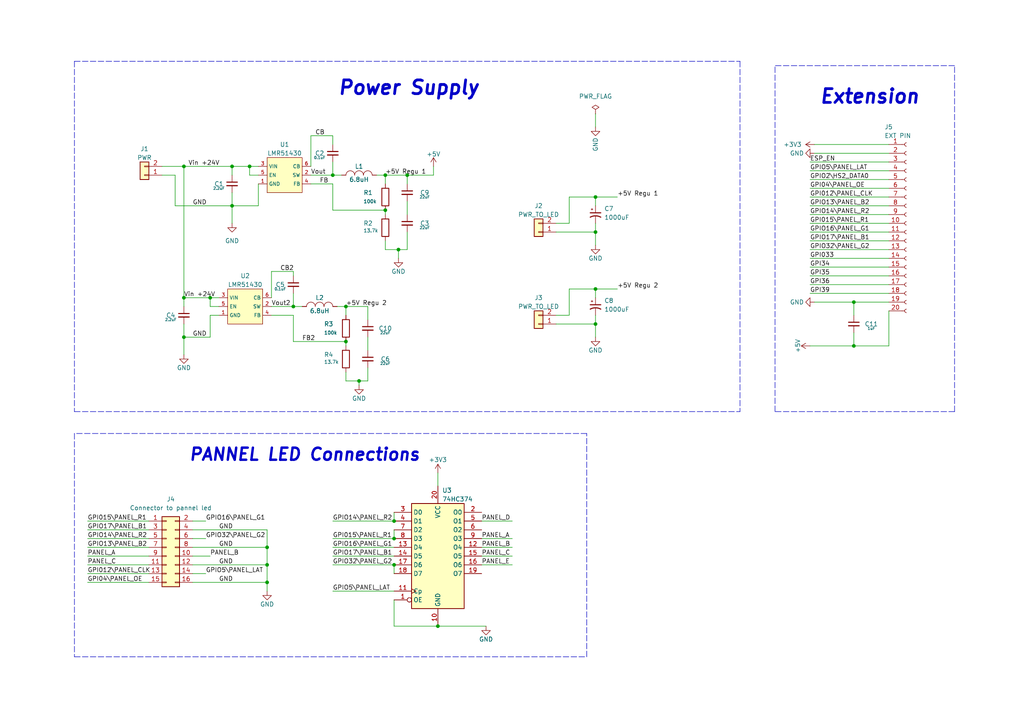
<source format=kicad_sch>
(kicad_sch (version 20211123) (generator eeschema)
  (paper "A4")
  (lib_symbols
    (symbol "74xx:74HC374"
      (property "Reference" "U" (at -7.62 16.51 0))
      (property "Value" "74HC374" (at -7.62 -16.51 0))
      (symbol "74HC374_1_0"
        (pin input inverted (at -12.7 -12.7 0) (length 5.08) (name "OE") (number "1"))
        (pin power_in line (at 0 -20.32 90) (length 5.08) (name "GND") (number "10"))
        (pin input clock (at -12.7 -10.16 0) (length 5.08) (name "Cp") (number "11"))
        (pin tri_state line (at 12.7 2.54 180) (length 5.08) (name "O4") (number "12"))
        (pin input line (at -12.7 2.54 0) (length 5.08) (name "D4") (number "13"))
        (pin input line (at -12.7 0 0) (length 5.08) (name "D5") (number "14"))
        (pin tri_state line (at 12.7 0 180) (length 5.08) (name "O5") (number "15"))
        (pin tri_state line (at 12.7 -2.54 180) (length 5.08) (name "O6") (number "16"))
        (pin input line (at -12.7 -2.54 0) (length 5.08) (name "D6") (number "17"))
        (pin input line (at -12.7 -5.08 0) (length 5.08) (name "D7") (number "18"))
        (pin tri_state line (at 12.7 -5.08 180) (length 5.08) (name "O7") (number "19"))
        (pin tri_state line (at 12.7 12.7 180) (length 5.08) (name "O0") (number "2"))
        (pin power_in line (at 0 20.32 270) (length 5.08) (name "VCC") (number "20"))
        (pin input line (at -12.7 12.7 0) (length 5.08) (name "D0") (number "3"))
        (pin input line (at -12.7 10.16 0) (length 5.08) (name "D1") (number "4"))
        (pin tri_state line (at 12.7 10.16 180) (length 5.08) (name "O1") (number "5"))
        (pin tri_state line (at 12.7 7.62 180) (length 5.08) (name "O2") (number "6"))
        (pin input line (at -12.7 7.62 0) (length 5.08) (name "D2") (number "7"))
        (pin input line (at -12.7 5.08 0) (length 5.08) (name "D3") (number "8"))
        (pin tri_state line (at 12.7 5.08 180) (length 5.08) (name "O3") (number "9"))
      )
      (symbol "74HC374_1_1"
        (rectangle (start -7.62 15.24) (end 7.62 -15.24) (stroke (width 0.254)) (fill (type background)))
      )
    )
    (symbol "Connector:Conn_01x20_Female" (pin_names (offset 1.016) hide)
      (property "Reference" "J" (at 0 25.4 0))
      (property "Value" "Conn_01x20_Female" (at 0 -27.94 0))
      (symbol "Conn_01x20_Female_1_1"
        (arc (start 0 -24.892) (mid -0.508 -25.4) (end 0 -25.908) (stroke (width 0.1524)))
        (arc (start 0 -22.352) (mid -0.508 -22.86) (end 0 -23.368) (stroke (width 0.1524)))
        (arc (start 0 -19.812) (mid -0.508 -20.32) (end 0 -20.828) (stroke (width 0.1524)))
        (arc (start 0 -17.272) (mid -0.508 -17.78) (end 0 -18.288) (stroke (width 0.1524)))
        (arc (start 0 -14.732) (mid -0.508 -15.24) (end 0 -15.748) (stroke (width 0.1524)))
        (arc (start 0 -12.192) (mid -0.508 -12.7) (end 0 -13.208) (stroke (width 0.1524)))
        (arc (start 0 -9.652) (mid -0.508 -10.16) (end 0 -10.668) (stroke (width 0.1524)))
        (arc (start 0 -7.112) (mid -0.508 -7.62) (end 0 -8.128) (stroke (width 0.1524)))
        (arc (start 0 -4.572) (mid -0.508 -5.08) (end 0 -5.588) (stroke (width 0.1524)))
        (arc (start 0 -2.032) (mid -0.508 -2.54) (end 0 -3.048) (stroke (width 0.1524)))
        (polyline (pts (xy -1.27 -25.4) (xy -0.508 -25.4)) (stroke (width 0.1524)))
        (polyline (pts (xy -1.27 -22.86) (xy -0.508 -22.86)) (stroke (width 0.1524)))
        (polyline (pts (xy -1.27 -20.32) (xy -0.508 -20.32)) (stroke (width 0.1524)))
        (polyline (pts (xy -1.27 -17.78) (xy -0.508 -17.78)) (stroke (width 0.1524)))
        (polyline (pts (xy -1.27 -15.24) (xy -0.508 -15.24)) (stroke (width 0.1524)))
        (polyline (pts (xy -1.27 -12.7) (xy -0.508 -12.7)) (stroke (width 0.1524)))
        (polyline (pts (xy -1.27 -10.16) (xy -0.508 -10.16)) (stroke (width 0.1524)))
        (polyline (pts (xy -1.27 -7.62) (xy -0.508 -7.62)) (stroke (width 0.1524)))
        (polyline (pts (xy -1.27 -5.08) (xy -0.508 -5.08)) (stroke (width 0.1524)))
        (polyline (pts (xy -1.27 -2.54) (xy -0.508 -2.54)) (stroke (width 0.1524)))
        (polyline (pts (xy -1.27 0) (xy -0.508 0)) (stroke (width 0.1524)))
        (polyline (pts (xy -1.27 2.54) (xy -0.508 2.54)) (stroke (width 0.1524)))
        (polyline (pts (xy -1.27 5.08) (xy -0.508 5.08)) (stroke (width 0.1524)))
        (polyline (pts (xy -1.27 7.62) (xy -0.508 7.62)) (stroke (width 0.1524)))
        (polyline (pts (xy -1.27 10.16) (xy -0.508 10.16)) (stroke (width 0.1524)))
        (polyline (pts (xy -1.27 12.7) (xy -0.508 12.7)) (stroke (width 0.1524)))
        (polyline (pts (xy -1.27 15.24) (xy -0.508 15.24)) (stroke (width 0.1524)))
        (polyline (pts (xy -1.27 17.78) (xy -0.508 17.78)) (stroke (width 0.1524)))
        (polyline (pts (xy -1.27 20.32) (xy -0.508 20.32)) (stroke (width 0.1524)))
        (polyline (pts (xy -1.27 22.86) (xy -0.508 22.86)) (stroke (width 0.1524)))
        (arc (start 0 0.508) (mid -0.508 0) (end 0 -0.508) (stroke (width 0.1524)))
        (arc (start 0 3.048) (mid -0.508 2.54) (end 0 2.032) (stroke (width 0.1524)))
        (arc (start 0 5.588) (mid -0.508 5.08) (end 0 4.572) (stroke (width 0.1524)))
        (arc (start 0 8.128) (mid -0.508 7.62) (end 0 7.112) (stroke (width 0.1524)))
        (arc (start 0 10.668) (mid -0.508 10.16) (end 0 9.652) (stroke (width 0.1524)))
        (arc (start 0 13.208) (mid -0.508 12.7) (end 0 12.192) (stroke (width 0.1524)))
        (arc (start 0 15.748) (mid -0.508 15.24) (end 0 14.732) (stroke (width 0.1524)))
        (arc (start 0 18.288) (mid -0.508 17.78) (end 0 17.272) (stroke (width 0.1524)))
        (arc (start 0 20.828) (mid -0.508 20.32) (end 0 19.812) (stroke (width 0.1524)))
        (arc (start 0 23.368) (mid -0.508 22.86) (end 0 22.352) (stroke (width 0.1524)))
        (pin passive line (at -5.08 22.86 0) (length 3.81) (name "Pin_1") (number "1"))
        (pin passive line (at -5.08 0 0) (length 3.81) (name "Pin_10") (number "10"))
        (pin passive line (at -5.08 -2.54 0) (length 3.81) (name "Pin_11") (number "11"))
        (pin passive line (at -5.08 -5.08 0) (length 3.81) (name "Pin_12") (number "12"))
        (pin passive line (at -5.08 -7.62 0) (length 3.81) (name "Pin_13") (number "13"))
        (pin passive line (at -5.08 -10.16 0) (length 3.81) (name "Pin_14") (number "14"))
        (pin passive line (at -5.08 -12.7 0) (length 3.81) (name "Pin_15") (number "15"))
        (pin passive line (at -5.08 -15.24 0) (length 3.81) (name "Pin_16") (number "16"))
        (pin passive line (at -5.08 -17.78 0) (length 3.81) (name "Pin_17") (number "17"))
        (pin passive line (at -5.08 -20.32 0) (length 3.81) (name "Pin_18") (number "18"))
        (pin passive line (at -5.08 -22.86 0) (length 3.81) (name "Pin_19") (number "19"))
        (pin passive line (at -5.08 20.32 0) (length 3.81) (name "Pin_2") (number "2"))
        (pin passive line (at -5.08 -25.4 0) (length 3.81) (name "Pin_20") (number "20"))
        (pin passive line (at -5.08 17.78 0) (length 3.81) (name "Pin_3") (number "3"))
        (pin passive line (at -5.08 15.24 0) (length 3.81) (name "Pin_4") (number "4"))
        (pin passive line (at -5.08 12.7 0) (length 3.81) (name "Pin_5") (number "5"))
        (pin passive line (at -5.08 10.16 0) (length 3.81) (name "Pin_6") (number "6"))
        (pin passive line (at -5.08 7.62 0) (length 3.81) (name "Pin_7") (number "7"))
        (pin passive line (at -5.08 5.08 0) (length 3.81) (name "Pin_8") (number "8"))
        (pin passive line (at -5.08 2.54 0) (length 3.81) (name "Pin_9") (number "9"))
      )
    )
    (symbol "Connector:DIN41612_02x08_AB_EvenPins" (pin_names (offset 1.016) hide)
      (property "Reference" "J2" (at 1.27 13.97 0))
      (property "Value" "Connector to pannel led" (at 1.27 11.43 0))
      (symbol "DIN41612_02x08_AB_EvenPins_1_1"
        (rectangle (start -1.27 -10.033) (end 0 -10.287) (stroke (width 0.1524)))
        (rectangle (start -1.27 -7.493) (end 0 -7.747) (stroke (width 0.1524)))
        (rectangle (start -1.27 -4.953) (end 0 -5.207) (stroke (width 0.1524)))
        (rectangle (start -1.27 -2.413) (end 0 -2.667) (stroke (width 0.1524)))
        (rectangle (start -1.27 0.127) (end 0 -0.127) (stroke (width 0.1524)))
        (rectangle (start -1.27 2.667) (end 0 2.413) (stroke (width 0.1524)))
        (rectangle (start -1.27 5.207) (end 0 4.953) (stroke (width 0.1524)))
        (rectangle (start -1.27 7.747) (end 0 7.493) (stroke (width 0.1524)))
        (rectangle (start -1.27 8.89) (end 3.81 -11.43) (stroke (width 0.254)) (fill (type background)))
        (rectangle (start 3.81 -10.033) (end 2.54 -10.287) (stroke (width 0.1524)))
        (rectangle (start 3.81 -7.493) (end 2.54 -7.747) (stroke (width 0.1524)))
        (rectangle (start 3.81 -4.953) (end 2.54 -5.207) (stroke (width 0.1524)))
        (rectangle (start 3.81 -2.413) (end 2.54 -2.667) (stroke (width 0.1524)))
        (rectangle (start 3.81 0.127) (end 2.54 -0.127) (stroke (width 0.1524)))
        (rectangle (start 3.81 2.667) (end 2.54 2.413) (stroke (width 0.1524)))
        (rectangle (start 3.81 5.207) (end 2.54 4.953) (stroke (width 0.1524)))
        (rectangle (start 3.81 7.747) (end 2.54 7.493) (stroke (width 0.1524)))
        (pin passive line (at -5.08 7.62 0) (length 3.81) (name "") (number "1"))
        (pin passive line (at 7.62 -2.54 180) (length 3.81) (name "") (number "10"))
        (pin passive line (at -5.08 -5.08 0) (length 3.81) (name "") (number "11"))
        (pin passive line (at 7.62 -5.08 180) (length 3.81) (name "") (number "12"))
        (pin passive line (at -5.08 -7.62 0) (length 3.81) (name "") (number "13"))
        (pin passive line (at 7.62 -7.62 180) (length 3.81) (name "") (number "14"))
        (pin passive line (at -5.08 -10.16 0) (length 3.81) (name "") (number "15"))
        (pin passive line (at 7.62 -10.16 180) (length 3.81) (name "") (number "16"))
        (pin passive line (at 7.62 7.62 180) (length 3.81) (name "") (number "2"))
        (pin passive line (at -5.08 5.08 0) (length 3.81) (name "") (number "3"))
        (pin passive line (at 7.62 5.08 180) (length 3.81) (name "") (number "4"))
        (pin passive line (at -5.08 2.54 0) (length 3.81) (name "") (number "5"))
        (pin passive line (at 7.62 2.54 180) (length 3.81) (name "") (number "6"))
        (pin passive line (at -5.08 0 0) (length 3.81) (name "") (number "7"))
        (pin passive line (at 7.62 0 180) (length 3.81) (name "") (number "8"))
        (pin passive line (at -5.08 -2.54 0) (length 3.81) (name "") (number "9"))
      )
    )
    (symbol "Connector_Generic:Conn_01x02" (pin_names (offset 1.016) hide)
      (property "Reference" "J" (at 0 2.54 0))
      (property "Value" "Conn_01x02" (at 0 -5.08 0))
      (symbol "Conn_01x02_1_1"
        (rectangle (start -1.27 -2.413) (end 0 -2.667) (stroke (width 0.1524)))
        (rectangle (start -1.27 0.127) (end 0 -0.127) (stroke (width 0.1524)))
        (rectangle (start -1.27 1.27) (end 1.27 -3.81) (stroke (width 0.254)) (fill (type background)))
        (pin passive line (at -5.08 0 0) (length 3.81) (name "Pin_1") (number "1"))
        (pin passive line (at -5.08 -2.54 0) (length 3.81) (name "Pin_2") (number "2"))
      )
    )
    (symbol "Device:C_Polarized_Small_US" (pin_numbers hide) (pin_names (offset 0.254) hide)
      (property "Reference" "C" (at 0.254 1.778 0))
      (property "Value" "C_Polarized_Small_US" (at 0.254 -2.032 0))
      (symbol "C_Polarized_Small_US_0_1"
        (polyline (pts (xy -1.524 0.508) (xy 1.524 0.508)) (stroke (width 0.3048)))
        (polyline (pts (xy -1.27 1.524) (xy -0.762 1.524)))
        (polyline (pts (xy -1.016 1.27) (xy -1.016 1.778)))
        (arc (start 1.524 -0.762) (mid 0 -0.3734) (end -1.524 -0.762) (stroke (width 0.3048)))
      )
      (symbol "C_Polarized_Small_US_1_1"
        (pin passive line (at 0 2.54 270) (length 2.032) (name "~") (number "1"))
        (pin passive line (at 0 -2.54 90) (length 2.032) (name "~") (number "2"))
      )
    )
    (symbol "ESP32-EVB_Rev_H:+3.3V" (power) (pin_names (offset 0))
      (property "Value" "+3.3V" (at 0 3.556 0))
      (symbol "+3.3V_0_1"
        (polyline (pts (xy -0.762 1.27) (xy 0 2.54)))
        (polyline (pts (xy 0 0) (xy 0 2.54)))
        (polyline (pts (xy 0 2.54) (xy 0.762 1.27)))
      )
      (symbol "+3.3V_1_1"
        (pin power_in line (at 0 0 90) (length 0) hide (name "+3V3") (number "1"))
      )
    )
    (symbol "ESP32-EVB_Rev_H:+5V" (power) (pin_names (offset 0))
      (property "Value" "+5V" (at 0 3.556 0))
      (symbol "+5V_0_1"
        (polyline (pts (xy -0.762 1.27) (xy 0 2.54)))
        (polyline (pts (xy 0 0) (xy 0 2.54)))
        (polyline (pts (xy 0 2.54) (xy 0.762 1.27)))
      )
      (symbol "+5V_1_1"
        (pin power_in line (at 0 0 90) (length 0) hide (name "+5V") (number "1"))
      )
    )
    (symbol "ESP32-EVB_Rev_H:C" (pin_numbers hide) (pin_names (offset 0.254) hide)
      (property "Reference" "C" (at 0.254 1.778 0))
      (property "Value" "C" (at 0.254 -2.032 0))
      (symbol "C_0_1"
        (polyline (pts (xy -1.524 -0.508) (xy 1.524 -0.508)) (stroke (width 0.3302)))
        (polyline (pts (xy -1.524 0.508) (xy 1.524 0.508)) (stroke (width 0.3048)))
      )
      (symbol "C_1_1"
        (pin passive line (at 0 2.54 270) (length 1.905) (name "~") (number "1"))
        (pin passive line (at 0 -2.54 90) (length 2.032) (name "~") (number "2"))
      )
    )
    (symbol "ESP32-EVB_Rev_H:GND" (power) (pin_names (offset 0))
      (property "Value" "GND" (at 0 -3.81 0))
      (symbol "GND_0_1"
        (polyline (pts (xy 0 0) (xy 0 -1.27) (xy 1.27 -1.27) (xy 0 -2.54) (xy -1.27 -1.27) (xy 0 -1.27)))
      )
      (symbol "GND_1_1"
        (pin power_in line (at 0 0 270) (length 0) hide (name "GND") (number "1"))
      )
    )
    (symbol "ESP32-EVB_Rev_H:L" (pin_numbers hide) (pin_names (offset 0) hide)
      (property "Reference" "L" (at -1.27 2.54 0))
      (property "Value" "L" (at -1.27 -1.27 0))
      (symbol "L_0_1"
        (arc (start -1.27 0) (mid -2.54 1.27) (end -3.81 0))
        (arc (start 1.27 0) (mid 0 1.27) (end -1.27 0))
        (arc (start 3.81 0) (mid 2.54 1.27) (end 1.27 0))
      )
      (symbol "L_1_1"
        (pin passive line (at -5.08 0 0) (length 1.27) (name "1") (number "1"))
        (pin passive line (at 5.08 0 180) (length 1.27) (name "2") (number "2"))
      )
    )
    (symbol "ESP32-EVB_Rev_H:R" (pin_numbers hide) (pin_names (offset 0))
      (property "Reference" "R" (at 0 2.032 0))
      (property "Value" "R" (at 0 0 0))
      (symbol "R_0_1"
        (rectangle (start 2.54 -1.016) (end -2.54 1.016) (stroke (width 0.254)))
      )
      (symbol "R_1_1"
        (pin passive line (at -3.81 0 0) (length 1.27) (name "~") (number "1"))
        (pin passive line (at 3.81 0 180) (length 1.27) (name "~") (number "2"))
      )
    )
    (symbol "New_Library:LMR51430"
      (property "Reference" "U" (at 0 0 0))
      (property "Value" "LMR51430" (at 0 -12.7 0))
      (symbol "LMR51430_0_1"
        (rectangle (start -5.08 -1.27) (end 5.08 -11.43) (fill (type background)))
      )
      (symbol "LMR51430_1_1"
        (pin power_in line (at -7.62 -8.89 0) (length 2.54) (name "GND") (number "1"))
        (pin input line (at 7.62 -6.35 180) (length 2.54) (name "SW") (number "2"))
        (pin input line (at -7.62 -3.81 0) (length 2.54) (name "VIN") (number "3"))
        (pin input line (at 7.62 -8.89 180) (length 2.54) (name "FB") (number "4"))
        (pin output line (at -7.62 -6.35 0) (length 2.54) (name "EN") (number "5"))
        (pin output line (at 7.62 -3.81 180) (length 2.54) (name "CB") (number "6"))
      )
    )
    (symbol "power:PWR_FLAG" (power) (pin_numbers hide) (pin_names (offset 0) hide)
      (property "Value" "PWR_FLAG" (at 0 3.81 0))
      (symbol "PWR_FLAG_0_0"
        (pin power_out line (at 0 0 90) (length 0) (name "pwr") (number "1"))
      )
      (symbol "PWR_FLAG_0_1"
        (polyline (pts (xy 0 0) (xy 0 1.27) (xy -1.016 1.905) (xy 0 2.54) (xy 1.016 1.905) (xy 0 1.27)))
      )
    )
  )
  (junction (at 111.76 60.96))
  (junction (at 53.34 86.36))
  (junction (at 114.3 156.21))
  (junction (at 53.34 48.26))
  (junction (at 247.65 100.33))
  (junction (at 60.96 86.36))
  (junction (at 172.72 67.31))
  (junction (at 100.33 99.06))
  (junction (at 67.31 48.26))
  (junction (at 77.47 168.91))
  (junction (at 111.76 50.8))
  (junction (at 67.31 59.69))
  (junction (at 172.72 83.82))
  (junction (at 100.33 88.9))
  (junction (at 114.3 151.13))
  (junction (at 172.72 93.98))
  (junction (at 96.52 50.8))
  (junction (at 85.09 88.9))
  (junction (at 115.57 72.39))
  (junction (at 172.72 57.15))
  (junction (at 118.11 50.8))
  (junction (at 77.47 158.75))
  (junction (at 114.3 163.83))
  (junction (at 72.39 48.26))
  (junction (at 53.34 97.79))
  (junction (at 127 181.61))
  (junction (at 77.47 163.83))
  (junction (at 104.14 110.49))
  (junction (at 247.65 87.63))
  (wire (pts (xy 78.74 78.74) (xy 85.09 78.74)))
  (polyline (pts (xy 276.86 119.38) (xy 224.79 119.38)))
  (wire (pts (xy 96.52 53.34) (xy 96.52 60.96)))
  (wire (pts (xy 67.31 59.69) (xy 74.93 59.69)))
  (wire (pts (xy 53.34 93.98) (xy 53.34 97.79)))
  (wire (pts (xy 67.31 50.8) (xy 67.31 48.26)))
  (wire (pts (xy 234.95 74.93) (xy 257.81 74.93)))
  (wire (pts (xy 96.52 171.45) (xy 114.3 171.45)))
  (wire (pts (xy 25.4 168.91) (xy 43.18 168.91)))
  (wire (pts (xy 55.88 161.29) (xy 60.96 161.29)))
  (wire (pts (xy 55.88 163.83) (xy 77.47 163.83)))
  (wire (pts (xy 90.17 39.37) (xy 96.52 39.37)))
  (wire (pts (xy 172.72 93.98) (xy 172.72 97.79)))
  (wire (pts (xy 234.95 80.01) (xy 257.81 80.01)))
  (wire (pts (xy 90.17 50.8) (xy 96.52 50.8)))
  (wire (pts (xy 78.74 86.36) (xy 78.74 78.74)))
  (wire (pts (xy 172.72 33.02) (xy 172.72 36.83)))
  (wire (pts (xy 50.8 50.8) (xy 50.8 59.69)))
  (polyline (pts (xy 21.59 125.73) (xy 21.59 190.5)))
  (wire (pts (xy 67.31 48.26) (xy 72.39 48.26)))
  (wire (pts (xy 96.52 46.99) (xy 96.52 50.8)))
  (wire (pts (xy 77.47 168.91) (xy 77.47 171.45)))
  (wire (pts (xy 234.95 46.99) (xy 257.81 46.99)))
  (wire (pts (xy 234.95 62.23) (xy 257.81 62.23)))
  (wire (pts (xy 234.95 72.39) (xy 257.81 72.39)))
  (wire (pts (xy 53.34 48.26) (xy 53.34 86.36)))
  (wire (pts (xy 118.11 50.8) (xy 118.11 53.34)))
  (wire (pts (xy 236.22 87.63) (xy 247.65 87.63)))
  (polyline (pts (xy 170.18 125.73) (xy 21.59 125.73)))
  (wire (pts (xy 111.76 50.8) (xy 118.11 50.8)))
  (polyline (pts (xy 276.86 19.05) (xy 224.79 19.05)))
  (polyline (pts (xy 276.86 119.38) (xy 276.86 19.05)))
  (wire (pts (xy 234.95 52.07) (xy 257.81 52.07)))
  (wire (pts (xy 106.68 88.9) (xy 100.33 88.9)))
  (wire (pts (xy 60.96 91.44) (xy 63.5 91.44)))
  (wire (pts (xy 53.34 97.79) (xy 60.96 97.79)))
  (wire (pts (xy 77.47 153.67) (xy 77.47 158.75)))
  (wire (pts (xy 67.31 59.69) (xy 67.31 64.77)))
  (wire (pts (xy 53.34 88.9) (xy 53.34 86.36)))
  (wire (pts (xy 165.1 91.44) (xy 161.29 91.44)))
  (wire (pts (xy 25.4 161.29) (xy 43.18 161.29)))
  (wire (pts (xy 165.1 57.15) (xy 165.1 64.77)))
  (wire (pts (xy 25.4 166.37) (xy 43.18 166.37)))
  (wire (pts (xy 90.17 48.26) (xy 90.17 39.37)))
  (wire (pts (xy 25.4 156.21) (xy 43.18 156.21)))
  (wire (pts (xy 114.3 173.99) (xy 114.3 181.61)))
  (wire (pts (xy 85.09 99.06) (xy 100.33 99.06)))
  (wire (pts (xy 46.99 48.26) (xy 53.34 48.26)))
  (wire (pts (xy 55.88 158.75) (xy 77.47 158.75)))
  (wire (pts (xy 96.52 161.29) (xy 114.3 161.29)))
  (wire (pts (xy 60.96 97.79) (xy 60.96 91.44)))
  (wire (pts (xy 172.72 83.82) (xy 179.07 83.82)))
  (wire (pts (xy 172.72 57.15) (xy 172.72 59.69)))
  (wire (pts (xy 114.3 153.67) (xy 114.3 156.21)))
  (wire (pts (xy 115.57 72.39) (xy 115.57 74.93)))
  (wire (pts (xy 111.76 72.39) (xy 115.57 72.39)))
  (wire (pts (xy 72.39 50.8) (xy 72.39 48.26)))
  (wire (pts (xy 118.11 50.8) (xy 125.73 50.8)))
  (wire (pts (xy 85.09 91.44) (xy 85.09 99.06)))
  (wire (pts (xy 114.3 181.61) (xy 127 181.61)))
  (wire (pts (xy 234.95 100.33) (xy 247.65 100.33)))
  (polyline (pts (xy 21.59 119.38) (xy 214.63 119.38)))
  (wire (pts (xy 78.74 88.9) (xy 85.09 88.9)))
  (wire (pts (xy 114.3 148.59) (xy 114.3 151.13)))
  (wire (pts (xy 55.88 166.37) (xy 59.69 166.37)))
  (polyline (pts (xy 21.59 190.5) (xy 170.18 190.5)))
  (wire (pts (xy 257.81 100.33) (xy 257.81 90.17)))
  (wire (pts (xy 236.22 44.45) (xy 257.81 44.45)))
  (wire (pts (xy 60.96 86.36) (xy 60.96 88.9)))
  (polyline (pts (xy 224.79 119.38) (xy 224.79 19.05)))
  (wire (pts (xy 234.95 54.61) (xy 257.81 54.61)))
  (wire (pts (xy 100.33 88.9) (xy 100.33 91.44)))
  (wire (pts (xy 78.74 91.44) (xy 85.09 91.44)))
  (wire (pts (xy 234.95 64.77) (xy 257.81 64.77)))
  (wire (pts (xy 96.52 60.96) (xy 111.76 60.96)))
  (wire (pts (xy 96.52 39.37) (xy 96.52 41.91)))
  (wire (pts (xy 127 181.61) (xy 140.97 181.61)))
  (wire (pts (xy 111.76 50.8) (xy 111.76 53.34)))
  (wire (pts (xy 234.95 59.69) (xy 257.81 59.69)))
  (wire (pts (xy 165.1 83.82) (xy 172.72 83.82)))
  (wire (pts (xy 127 137.16) (xy 127 140.97)))
  (wire (pts (xy 97.79 88.9) (xy 100.33 88.9)))
  (wire (pts (xy 96.52 163.83) (xy 114.3 163.83)))
  (polyline (pts (xy 170.18 190.5) (xy 170.18 125.73)))
  (wire (pts (xy 234.95 82.55) (xy 257.81 82.55)))
  (wire (pts (xy 139.7 158.75) (xy 148.59 158.75)))
  (wire (pts (xy 139.7 156.21) (xy 148.59 156.21)))
  (wire (pts (xy 165.1 57.15) (xy 172.72 57.15)))
  (wire (pts (xy 115.57 72.39) (xy 118.11 72.39)))
  (wire (pts (xy 139.7 161.29) (xy 148.59 161.29)))
  (wire (pts (xy 118.11 67.31) (xy 118.11 72.39)))
  (wire (pts (xy 172.72 67.31) (xy 172.72 71.12)))
  (wire (pts (xy 114.3 163.83) (xy 114.3 166.37)))
  (wire (pts (xy 55.88 153.67) (xy 77.47 153.67)))
  (wire (pts (xy 172.72 91.44) (xy 172.72 93.98)))
  (wire (pts (xy 161.29 93.98) (xy 172.72 93.98)))
  (wire (pts (xy 25.4 163.83) (xy 43.18 163.83)))
  (wire (pts (xy 96.52 151.13) (xy 114.3 151.13)))
  (wire (pts (xy 234.95 49.53) (xy 257.81 49.53)))
  (wire (pts (xy 118.11 58.42) (xy 118.11 62.23)))
  (wire (pts (xy 100.33 107.95) (xy 100.33 110.49)))
  (wire (pts (xy 139.7 151.13) (xy 148.59 151.13)))
  (wire (pts (xy 96.52 158.75) (xy 114.3 158.75)))
  (wire (pts (xy 165.1 83.82) (xy 165.1 91.44)))
  (wire (pts (xy 85.09 85.09) (xy 85.09 88.9)))
  (wire (pts (xy 55.88 168.91) (xy 77.47 168.91)))
  (wire (pts (xy 100.33 99.06) (xy 100.33 100.33)))
  (wire (pts (xy 111.76 60.96) (xy 111.76 62.23)))
  (wire (pts (xy 55.88 151.13) (xy 59.69 151.13)))
  (wire (pts (xy 106.68 106.68) (xy 106.68 110.49)))
  (wire (pts (xy 53.34 97.79) (xy 53.34 102.87)))
  (wire (pts (xy 165.1 64.77) (xy 161.29 64.77)))
  (wire (pts (xy 25.4 153.67) (xy 43.18 153.67)))
  (wire (pts (xy 85.09 78.74) (xy 85.09 80.01)))
  (wire (pts (xy 85.09 88.9) (xy 87.63 88.9)))
  (wire (pts (xy 25.4 151.13) (xy 43.18 151.13)))
  (wire (pts (xy 106.68 97.79) (xy 106.68 101.6)))
  (wire (pts (xy 234.95 67.31) (xy 257.81 67.31)))
  (wire (pts (xy 161.29 67.31) (xy 172.72 67.31)))
  (wire (pts (xy 63.5 88.9) (xy 60.96 88.9)))
  (wire (pts (xy 90.17 53.34) (xy 96.52 53.34)))
  (wire (pts (xy 67.31 55.88) (xy 67.31 59.69)))
  (wire (pts (xy 139.7 163.83) (xy 148.59 163.83)))
  (polyline (pts (xy 21.59 17.78) (xy 21.59 119.38)))
  (wire (pts (xy 109.22 50.8) (xy 111.76 50.8)))
  (wire (pts (xy 77.47 158.75) (xy 77.47 163.83)))
  (wire (pts (xy 106.68 88.9) (xy 106.68 92.71)))
  (wire (pts (xy 172.72 64.77) (xy 172.72 67.31)))
  (wire (pts (xy 234.95 69.85) (xy 257.81 69.85)))
  (wire (pts (xy 100.33 110.49) (xy 104.14 110.49)))
  (wire (pts (xy 55.88 156.21) (xy 59.69 156.21)))
  (wire (pts (xy 247.65 87.63) (xy 247.65 91.44)))
  (wire (pts (xy 247.65 96.52) (xy 247.65 100.33)))
  (wire (pts (xy 50.8 59.69) (xy 67.31 59.69)))
  (wire (pts (xy 104.14 110.49) (xy 104.14 111.76)))
  (polyline (pts (xy 21.59 17.78) (xy 214.63 17.78)))
  (wire (pts (xy 74.93 53.34) (xy 74.93 59.69)))
  (wire (pts (xy 25.4 158.75) (xy 43.18 158.75)))
  (wire (pts (xy 125.73 48.26) (xy 125.73 50.8)))
  (wire (pts (xy 234.95 77.47) (xy 257.81 77.47)))
  (wire (pts (xy 111.76 69.85) (xy 111.76 72.39)))
  (wire (pts (xy 53.34 48.26) (xy 67.31 48.26)))
  (wire (pts (xy 234.95 57.15) (xy 257.81 57.15)))
  (wire (pts (xy 53.34 86.36) (xy 60.96 86.36)))
  (wire (pts (xy 236.22 41.91) (xy 257.81 41.91)))
  (wire (pts (xy 234.95 85.09) (xy 257.81 85.09)))
  (wire (pts (xy 247.65 100.33) (xy 257.81 100.33)))
  (polyline (pts (xy 214.63 17.78) (xy 214.63 119.38)))
  (wire (pts (xy 96.52 156.21) (xy 114.3 156.21)))
  (wire (pts (xy 50.8 50.8) (xy 46.99 50.8)))
  (wire (pts (xy 104.14 110.49) (xy 106.68 110.49)))
  (wire (pts (xy 74.93 50.8) (xy 72.39 50.8)))
  (wire (pts (xy 247.65 87.63) (xy 257.81 87.63)))
  (wire (pts (xy 60.96 86.36) (xy 63.5 86.36)))
  (wire (pts (xy 96.52 50.8) (xy 99.06 50.8)))
  (wire (pts (xy 172.72 83.82) (xy 172.72 86.36)))
  (wire (pts (xy 72.39 48.26) (xy 74.93 48.26)))
  (wire (pts (xy 172.72 57.15) (xy 179.07 57.15)))
  (wire (pts (xy 77.47 163.83) (xy 77.47 168.91)))
  (text "Extension\n" (at 237.49 30.48 0) (effects (font (size 3.9878 3.9878) (thickness 0.7976) bold italic) (justify left bottom)))
  (text "PANNEL LED Connections\n\n" (at 54.61 139.7 0) (effects (font (size 3.5052 3.5052) (thickness 0.701) bold italic) (justify left bottom)))
  (text "Power Supply" (at 97.79 27.94 0) (effects (font (size 3.9878 3.9878) (thickness 0.7976) bold italic) (justify left bottom)))
  (label "GPIO16\\PANEL_G1" (at 234.95 67.31 0))
  (label "FB2" (at 87.63 99.06 0))
  (label "GPIO5\\PANEL_LAT" (at 96.52 171.45 0))
  (label "GPIO14\\PANEL_R2" (at 234.95 62.23 0))
  (label "Vout" (at 90.17 50.8 0))
  (label "GPI012\\PANEL_CLK" (at 25.4 166.37 0))
  (label "+5V Regu 2" (at 179.07 83.82 0))
  (label "GPIO16\\PANEL_G1" (at 96.52 158.75 0))
  (label "GPIO32\\PANEL_G2" (at 234.95 72.39 0))
  (label "GND" (at 55.88 97.79 0))
  (label "Vin +24V" (at 54.61 48.26 0))
  (label "GPIO17\\PANEL_B1" (at 96.52 161.29 0))
  (label "PANEL_B" (at 60.96 161.29 0))
  (label "GPI015\\PANEL_R1" (at 25.4 151.13 0))
  (label "PANEL_A" (at 25.4 161.29 0))
  (label "Vin +24V" (at 53.34 86.36 0))
  (label "CB" (at 91.44 39.37 0))
  (label "GPI39" (at 234.95 85.09 0))
  (label "PANEL_D" (at 139.7 151.13 0))
  (label "GPIO13\\PANEL_B2" (at 25.4 158.75 0))
  (label "GPI015\\PANEL_R1" (at 234.95 64.77 0))
  (label "GPI015\\PANEL_R1" (at 96.52 156.21 0))
  (label "GPIO5\\PANEL_LAT" (at 59.69 166.37 0))
  (label "GPIO14\\PANEL_R2" (at 25.4 156.21 0))
  (label "PANEL_C" (at 139.7 161.29 0))
  (label "GPIO17\\PANEL_B1" (at 234.95 69.85 0))
  (label "GPI35" (at 234.95 80.01 0))
  (label "+5V Regu 2" (at 100.33 88.9 0))
  (label "GND" (at 55.88 59.69 0))
  (label "GPI34" (at 234.95 77.47 0))
  (label "GPI04\\PANEL_OE" (at 25.4 168.91 0))
  (label "FB" (at 92.71 53.34 0))
  (label "GPIO32\\PANEL_G2" (at 96.52 163.83 0))
  (label "GPI012\\PANEL_CLK" (at 234.95 57.15 0))
  (label "GPIO16\\PANEL_G1" (at 59.69 151.13 0))
  (label "PANEL_B" (at 139.7 158.75 0))
  (label "CB2" (at 81.28 78.74 0))
  (label "+5V Regu 1" (at 179.07 57.15 0))
  (label "+5V Regu 1" (at 111.76 50.8 0))
  (label "ESP_EN" (at 234.95 46.99 0))
  (label "GND" (at 63.5 153.67 0))
  (label "Vout2" (at 78.74 88.9 0))
  (label "GPI36" (at 234.95 82.55 0))
  (label "GND" (at 63.5 168.91 0))
  (label "GPIO14\\PANEL_R2" (at 96.52 151.13 0))
  (label "GPIO32\\PANEL_G2" (at 59.69 156.21 0))
  (label "GPIO2\\HS2_DATA0" (at 234.95 52.07 0))
  (label "PANEL_C" (at 25.4 163.83 0))
  (label "PANEL_E" (at 139.7 163.83 0))
  (label "GPI033" (at 234.95 74.93 0))
  (label "GPIO13\\PANEL_B2" (at 234.95 59.69 0))
  (label "PANEL_A" (at 139.7 156.21 0))
  (label "GPIO5\\PANEL_LAT" (at 234.95 49.53 0))
  (label "GPIO17\\PANEL_B1" (at 25.4 153.67 0))
  (label "GND" (at 63.5 158.75 0))
  (label "GND" (at 63.5 163.83 0))
  (label "GPI04\\PANEL_OE" (at 234.95 54.61 0))
  (symbol (lib_id "ESP32-EVB_Rev_H:GND") (at 53.34 102.87 0) (unit 1)
    (property "Reference" "#PWR0101" (effects hide))
    (property "Value" "GND" (at 53.34 106.68 0))
  )
  (symbol (lib_id "New_Library:LMR51430") (at 71.12 82.55 0) (unit 1)
    (property "Reference" "U2" (at 71.12 80.01 0))
    (property "Value" "LMR51430" (at 71.12 82.55 0))
    (property "Footprint" "PANEL_LED:LMR51430" (effects hide))
  )
  (symbol (lib_id "ESP32-EVB_Rev_H:L") (at 104.14 50.8 0) (unit 1)
    (property "Reference" "L1" (at 104.14 48.26 0))
    (property "Value" "6.8uH" (at 104.14 52.07 0))
    (property "Footprint" "Inductor_SMD:L_Bourns_SRN6045TA" (effects hide))
    (property "Fieldname 1" "Value 1" (effects hide))
    (property "Fieldname2" "Value2" (effects hide))
    (property "Fieldname3" "Value3" (effects hide))
  )
  (symbol (lib_id "ESP32-EVB_Rev_H:GND") (at 104.14 111.76 0) (unit 1)
    (property "Reference" "#PWR0110" (effects hide))
    (property "Value" "GND" (at 104.14 115.57 0))
  )
  (symbol (lib_id "ESP32-EVB_Rev_H:+3.3V") (at 236.22 41.91 90) (unit 1)
    (property "Reference" "#PWR0111" (effects hide))
    (property "Value" "+3.3V" (at 229.87 41.91 90))
  )
  (symbol (lib_id "ESP32-EVB_Rev_H:+3.3V") (at 127 137.16 0) (unit 1)
    (property "Reference" "#PWR?" (effects hide))
    (property "Value" "+3.3V" (at 127 133.35 0))
  )
  (symbol (lib_id "ESP32-EVB_Rev_H:GND") (at 236.22 87.63 270) (unit 1)
    (property "Reference" "#PWR0108" (effects hide))
    (property "Value" "GND" (at 231.14 87.63 90))
  )
  (symbol (lib_id "Connector:DIN41612_02x08_AB_EvenPins") (at 48.26 158.75 0) (unit 1)
    (property "Reference" "J4" (at 49.53 144.78 0))
    (property "Value" "Connector to pannel led" (at 49.53 147.32 0))
    (property "Footprint" "PANEL_LED:PANEL_CONNECTOR" (effects hide))
  )
  (symbol (lib_id "ESP32-EVB_Rev_H:C") (at 96.52 44.45 0) (unit 1)
    (property "Reference" "C2" (at 92.71 44.45 0))
    (property "Value" "0.1uF" (at 92.71 45.72 0) (effects (font (size 0.7874 0.7874))))
    (property "Footprint" "Capacitor_SMD:C_0603_1608Metric" (effects hide))
    (property "Fieldname 1" "Value 1" (effects hide))
    (property "Fieldname2" "Value2" (effects hide))
    (property "Fieldname3" "Value3" (effects hide))
  )
  (symbol (lib_id "74xx:74HC374") (at 127 161.29 0) (unit 1)
    (property "Reference" "U3" (at 128.27 142.24 0) (effects (justify left)))
    (property "Value" "74HC374" (at 128.27 144.78 0) (effects (justify left)))
    (property "Footprint" "PANEL_LED:SOIC-20" (effects hide))
    (property "Datasheet" "https://www.ti.com/lit/ds/symlink/cd74hct374.pdf" (effects hide))
  )
  (symbol (lib_id "Connector:Conn_01x20_Female") (at 262.89 64.77 0) (unit 1)
    (property "Reference" "J5" (at 256.54 36.83 0) (effects (justify left)))
    (property "Value" "EXT PIN" (at 256.54 39.37 0) (effects (justify left)))
    (property "Footprint" "PANEL_LED:HN1x20" (effects hide))
  )
  (symbol (lib_id "Device:C_Polarized_Small_US") (at 172.72 62.23 0) (unit 1)
    (property "Reference" "C7" (at 175.26 60.5281 0) (effects (justify left)))
    (property "Value" "1000uF" (at 175.26 63.0681 0) (effects (justify left)))
    (property "Footprint" "PANEL_LED:Capa1000uF" (effects hide))
  )
  (symbol (lib_id "Connector_Generic:Conn_01x02") (at 156.21 93.98 180) (unit 1)
    (property "Reference" "J3" (at 156.21 86.36 0))
    (property "Value" "PWR_TO_LED" (at 156.21 88.9 0))
    (property "Footprint" "PANEL_LED:BORNIER_2P" (effects hide))
  )
  (symbol (lib_id "ESP32-EVB_Rev_H:R") (at 111.76 66.04 270) (unit 1)
    (property "Reference" "R2" (at 105.41 64.77 90) (effects (justify left)))
    (property "Value" "13.7k" (at 105.41 66.8782 90) (effects (font (size 0.9906 0.9906)) (justify left)))
    (property "Footprint" "Resistor_SMD:R_0402_1005Metric" (effects hide))
    (property "Fieldname 1" "Value 1" (effects hide))
    (property "Fieldname2" "Value2" (effects hide))
    (property "Fieldname3" "Value3" (effects hide))
  )
  (symbol (lib_id "ESP32-EVB_Rev_H:C") (at 53.34 91.44 0) (unit 1)
    (property "Reference" "C4" (at 49.53 91.44 0))
    (property "Value" "2.2uF" (at 49.53 92.71 0) (effects (font (size 0.7874 0.7874))))
    (property "Footprint" "Capacitor_SMD:C_0603_1608Metric" (effects hide))
    (property "Fieldname 1" "Value 1" (effects hide))
    (property "Fieldname2" "Value2" (effects hide))
    (property "Fieldname3" "Value3" (effects hide))
  )
  (symbol (lib_id "ESP32-EVB_Rev_H:C") (at 67.31 53.34 0) (unit 1)
    (property "Reference" "C1" (at 63.5 53.34 0))
    (property "Value" "2.2uF" (at 63.5 54.61 0) (effects (font (size 0.7874 0.7874))))
    (property "Footprint" "Capacitor_SMD:C_0603_1608Metric" (effects hide))
    (property "Fieldname 1" "Value 1" (effects hide))
    (property "Fieldname2" "Value2" (effects hide))
    (property "Fieldname3" "Value3" (effects hide))
  )
  (symbol (lib_id "ESP32-EVB_Rev_H:R") (at 100.33 104.14 270) (unit 1)
    (property "Reference" "R4" (at 93.98 102.87 90) (effects (justify left)))
    (property "Value" "13.7k" (at 93.98 104.9782 90) (effects (font (size 0.9906 0.9906)) (justify left)))
    (property "Footprint" "Resistor_SMD:R_0402_1005Metric" (effects hide))
    (property "Fieldname 1" "Value 1" (effects hide))
    (property "Fieldname2" "Value2" (effects hide))
    (property "Fieldname3" "Value3" (effects hide))
  )
  (symbol (lib_id "ESP32-EVB_Rev_H:GND") (at 236.22 44.45 270) (unit 1)
    (property "Reference" "#PWR0112" (effects hide))
    (property "Value" "GND" (at 231.14 44.45 90))
  )
  (symbol (lib_id "Connector_Generic:Conn_01x02") (at 156.21 67.31 180) (unit 1)
    (property "Reference" "J2" (at 156.21 59.69 0))
    (property "Value" "PWR_TO_LED" (at 156.21 62.23 0))
    (property "Footprint" "PANEL_LED:BORNIER_2P" (effects hide))
  )
  (symbol (lib_id "ESP32-EVB_Rev_H:C") (at 85.09 82.55 0) (unit 1)
    (property "Reference" "C5" (at 81.28 82.55 0))
    (property "Value" "0.1uF" (at 81.28 83.82 0) (effects (font (size 0.7874 0.7874))))
    (property "Footprint" "Capacitor_SMD:C_0603_1608Metric" (effects hide))
    (property "Fieldname 1" "Value 1" (effects hide))
    (property "Fieldname2" "Value2" (effects hide))
    (property "Fieldname3" "Value3" (effects hide))
  )
  (symbol (lib_id "ESP32-EVB_Rev_H:GND") (at 172.72 36.83 0) (unit 1)
    (property "Reference" "#PWR0115" (effects hide))
    (property "Value" "GND" (at 172.72 41.91 90))
  )
  (symbol (lib_id "ESP32-EVB_Rev_H:C") (at 247.65 93.98 0) (unit 1)
    (property "Reference" "C11" (at 252.73 93.98 0))
    (property "Value" "1uF" (at 252.73 95.25 0) (effects (font (size 0.7874 0.7874))))
    (property "Footprint" "Capacitor_SMD:C_0603_1608Metric" (effects hide))
    (property "Fieldname 1" "Value 1" (effects hide))
    (property "Fieldname2" "Value2" (effects hide))
    (property "Fieldname3" "Value3" (effects hide))
  )
  (symbol (lib_id "New_Library:LMR51430") (at 82.55 44.45 0) (unit 1)
    (property "Reference" "U1" (at 82.55 41.91 0))
    (property "Value" "LMR51430" (at 82.55 44.45 0))
    (property "Footprint" "PANEL_LED:LMR51430" (effects hide))
  )
  (symbol (lib_id "ESP32-EVB_Rev_H:C") (at 106.68 104.14 0) (unit 1)
    (property "Reference" "C6" (at 111.76 104.14 0))
    (property "Value" "22uF" (at 111.76 105.41 0) (effects (font (size 0.7874 0.7874))))
    (property "Footprint" "Capacitor_SMD:C_0603_1608Metric" (effects hide))
    (property "Fieldname 1" "Value 1" (effects hide))
    (property "Fieldname2" "Value2" (effects hide))
    (property "Fieldname3" "Value3" (effects hide))
  )
  (symbol (lib_id "ESP32-EVB_Rev_H:+5V") (at 234.95 100.33 90) (unit 1)
    (property "Reference" "#PWR0109" (effects hide))
    (property "Value" "+5V" (at 231.394 100.33 0))
  )
  (symbol (lib_id "Device:C_Polarized_Small_US") (at 172.72 88.9 0) (unit 1)
    (property "Reference" "C8" (at 175.26 87.1981 0) (effects (justify left)))
    (property "Value" "1000uF" (at 175.26 89.7381 0) (effects (justify left)))
    (property "Footprint" "PANEL_LED:Capa1000uF" (effects hide))
  )
  (symbol (lib_id "ESP32-EVB_Rev_H:R") (at 111.76 57.15 270) (unit 1)
    (property "Reference" "R1" (at 105.41 55.88 90) (effects (justify left)))
    (property "Value" "100k" (at 105.41 58.42 90) (effects (font (size 0.9906 0.9906)) (justify left)))
    (property "Footprint" "Resistor_SMD:R_0201_0603Metric" (effects hide))
    (property "Fieldname 1" "Value 1" (effects hide))
    (property "Fieldname2" "Value2" (effects hide))
    (property "Fieldname3" "Value3" (effects hide))
  )
  (symbol (lib_id "ESP32-EVB_Rev_H:GND") (at 77.47 171.45 0) (unit 1)
    (property "Reference" "#PWR0103" (effects hide))
    (property "Value" "GND" (at 77.47 175.26 0))
  )
  (symbol (lib_id "ESP32-EVB_Rev_H:GND") (at 140.97 181.61 0) (unit 1)
    (property "Reference" "#PWR0104" (effects hide))
    (property "Value" "GND" (at 140.97 185.42 0))
  )
  (symbol (lib_id "Connector_Generic:Conn_01x02") (at 41.91 50.8 180) (unit 1)
    (property "Reference" "J1" (at 41.91 43.18 0))
    (property "Value" "PWR" (at 41.91 45.72 0))
    (property "Footprint" "PANEL_LED:BORNIER_2P" (effects hide))
  )
  (symbol (lib_id "ESP32-EVB_Rev_H:L") (at 92.71 88.9 0) (unit 1)
    (property "Reference" "L2" (at 92.71 86.36 0))
    (property "Value" "6.8uH" (at 92.71 90.17 0))
    (property "Footprint" "Inductor_SMD:L_Bourns_SRN6045TA" (effects hide))
    (property "Fieldname 1" "Value 1" (effects hide))
    (property "Fieldname2" "Value2" (effects hide))
    (property "Fieldname3" "Value3" (effects hide))
  )
  (symbol (lib_id "ESP32-EVB_Rev_H:R") (at 100.33 95.25 270) (unit 1)
    (property "Reference" "R3" (at 93.98 93.98 90) (effects (justify left)))
    (property "Value" "100k" (at 93.98 96.52 90) (effects (font (size 0.9906 0.9906)) (justify left)))
    (property "Footprint" "Resistor_SMD:R_0201_0603Metric" (effects hide))
    (property "Fieldname 1" "Value 1" (effects hide))
    (property "Fieldname2" "Value2" (effects hide))
    (property "Fieldname3" "Value3" (effects hide))
  )
  (symbol (lib_id "ESP32-EVB_Rev_H:C") (at 118.11 55.88 0) (unit 1)
    (property "Reference" "C9" (at 123.19 55.88 0))
    (property "Value" "22uF" (at 123.19 57.15 0) (effects (font (size 0.7874 0.7874))))
    (property "Footprint" "Capacitor_SMD:C_0603_1608Metric" (effects hide))
    (property "Fieldname 1" "Value 1" (effects hide))
    (property "Fieldname2" "Value2" (effects hide))
    (property "Fieldname3" "Value3" (effects hide))
  )
  (symbol (lib_id "ESP32-EVB_Rev_H:+5V") (at 125.73 48.26 0) (unit 1)
    (property "Reference" "#PWR0106" (effects hide))
    (property "Value" "+5V" (at 125.73 44.704 0))
  )
  (symbol (lib_id "ESP32-EVB_Rev_H:GND") (at 172.72 71.12 0) (unit 1)
    (property "Reference" "#PWR0114" (effects hide))
    (property "Value" "GND" (at 172.72 74.93 0))
  )
  (symbol (lib_id "power:PWR_FLAG") (at 172.72 33.02 0) (unit 1)
    (property "Reference" "#FLG0101" (effects hide))
    (property "Value" "PWR_FLAG" (at 172.72 27.94 0))
  )
  (symbol (lib_id "ESP32-EVB_Rev_H:GND") (at 67.31 64.77 0) (unit 1)
    (property "Reference" "#PWR0102" (effects hide))
    (property "Value" "GND" (at 67.31 69.85 0))
  )
  (symbol (lib_id "ESP32-EVB_Rev_H:C") (at 118.11 64.77 0) (unit 1)
    (property "Reference" "C3" (at 123.19 64.77 0))
    (property "Value" "22uF" (at 123.19 66.04 0) (effects (font (size 0.7874 0.7874))))
    (property "Footprint" "Capacitor_SMD:C_0603_1608Metric" (effects hide))
    (property "Fieldname 1" "Value 1" (effects hide))
    (property "Fieldname2" "Value2" (effects hide))
    (property "Fieldname3" "Value3" (effects hide))
  )
  (symbol (lib_id "ESP32-EVB_Rev_H:C") (at 106.68 95.25 0) (unit 1)
    (property "Reference" "C10" (at 111.76 95.25 0))
    (property "Value" "22uF" (at 111.76 96.52 0) (effects (font (size 0.7874 0.7874))))
    (property "Footprint" "Capacitor_SMD:C_0603_1608Metric" (effects hide))
    (property "Fieldname 1" "Value 1" (effects hide))
    (property "Fieldname2" "Value2" (effects hide))
    (property "Fieldname3" "Value3" (effects hide))
  )
  (symbol (lib_id "ESP32-EVB_Rev_H:GND") (at 172.72 97.79 0) (unit 1)
    (property "Reference" "#PWR0113" (effects hide))
    (property "Value" "GND" (at 172.72 101.6 0))
  )
  (symbol (lib_id "ESP32-EVB_Rev_H:GND") (at 115.57 74.93 0) (unit 1)
    (property "Reference" "#PWR0107" (effects hide))
    (property "Value" "GND" (at 115.57 78.74 0))
  )
)
</source>
